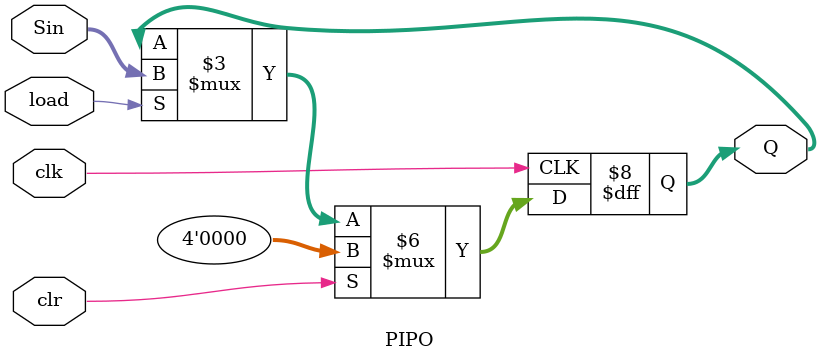
<source format=v>
`timescale 1ns / 1ps


module PIPO(output reg [3:0]Q ,input [3:0]Sin,input clk,clr,load);

    reg [3:0] Q = 4'b0000;

    always @(posedge clk) begin
        if (clr) begin
            Q <= 4'b0000;
        end 
        else if (load) begin
            Q <= Sin; 
        end
    end




endmodule

</source>
